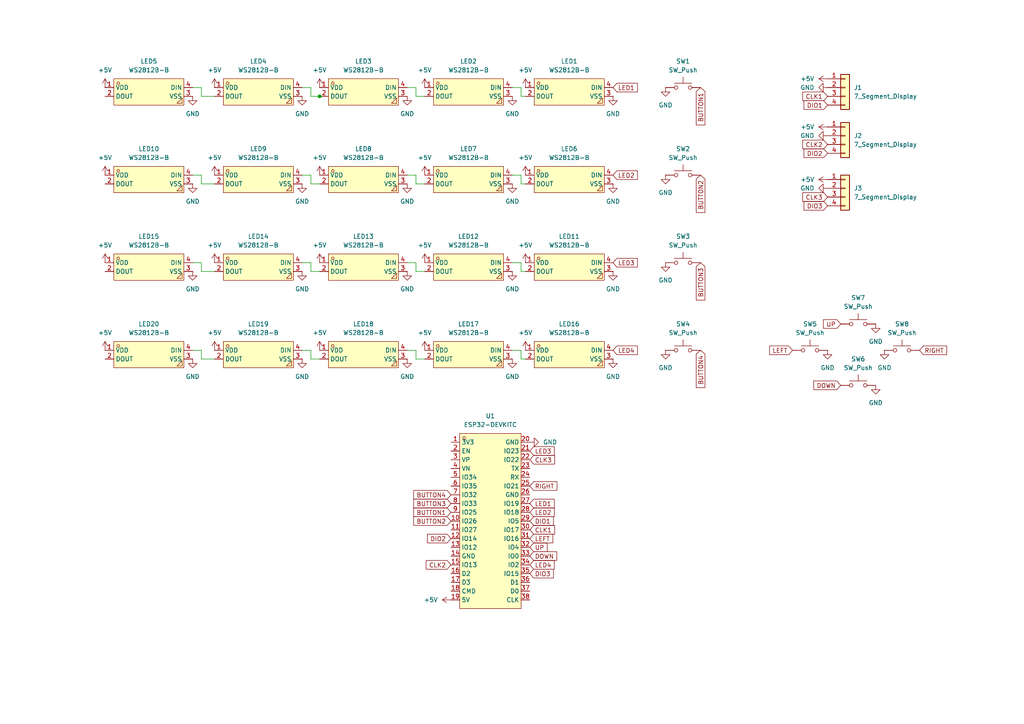
<source format=kicad_sch>
(kicad_sch (version 20250114) (generator "eeschema") (generator_version "9.0")
  (paper "A4")
  (lib_symbols
    (symbol "Connector_Generic:Conn_01x04" (pin_names (offset 1.016) (hide yes))
      (property "Reference" "J" (at 0 5.08 0))
      (property "Value" "Conn_01x04" (at 0 -7.62 0))
      (symbol "Conn_01x04_1_1"
        (rectangle (start -1.27 3.81) (end 1.27 -6.35) (stroke (width 0.254)) (fill (type background)))
        (rectangle (start -1.27 2.667) (end 0 2.413) (stroke (width 0.1524)))
        (rectangle (start -1.27 0.127) (end 0 -0.127) (stroke (width 0.1524)))
        (rectangle (start -1.27 -2.413) (end 0 -2.667) (stroke (width 0.1524)))
        (rectangle (start -1.27 -4.953) (end 0 -5.207) (stroke (width 0.1524)))
        (pin passive line (at -5.08 2.54 0) (length 3.81) (name "Pin_1") (number "1"))
        (pin passive line (at -5.08 0 0) (length 3.81) (name "Pin_2") (number "2"))
        (pin passive line (at -5.08 -2.54 0) (length 3.81) (name "Pin_3") (number "3"))
        (pin passive line (at -5.08 -5.08 0) (length 3.81) (name "Pin_4") (number "4"))
      )
    )
    (symbol "Switch:SW_Push" (pin_numbers (hide yes)) (pin_names (offset 1.016) (hide yes))
      (property "Reference" "SW" (at 1.27 2.54 0))
      (property "Value" "SW_Push" (at 0 -1.524 0))
      (symbol "SW_Push_0_1"
        (circle (center -2.032 0) (radius 0.508))
        (polyline (pts (xy 0 1.27) (xy 0 3.048)))
        (circle (center 2.032 0) (radius 0.508))
        (polyline (pts (xy 2.54 1.27) (xy -2.54 1.27)))
        (pin passive line (at -5.08 0 0) (length 2.54) (name "1") (number "1"))
        (pin passive line (at 5.08 0 180) (length 2.54) (name "2") (number "2"))
      )
    )
    (symbol "easyeda2kicad:ESP32-DEVKITC"
      (property "Reference" "U" (at 0 27.94 0))
      (property "Value" "ESP32-DEVKITC" (at 0 -27.94 0))
      (symbol "ESP32-DEVKITC_0_1"
        (rectangle (start -8.89 25.4) (end 8.89 -25.4) (fill (type background)))
        (circle (center -7.62 24.13) (radius 0.38))
        (pin unspecified line (at -11.43 22.86 0) (length 2.54) (name "3V3") (number "1"))
        (pin unspecified line (at -11.43 20.32 0) (length 2.54) (name "EN") (number "2"))
        (pin unspecified line (at -11.43 17.78 0) (length 2.54) (name "VP") (number "3"))
        (pin unspecified line (at -11.43 15.24 0) (length 2.54) (name "VN") (number "4"))
        (pin unspecified line (at -11.43 12.7 0) (length 2.54) (name "IO34") (number "5"))
        (pin unspecified line (at -11.43 10.16 0) (length 2.54) (name "IO35") (number "6"))
        (pin unspecified line (at -11.43 7.62 0) (length 2.54) (name "IO32") (number "7"))
        (pin unspecified line (at -11.43 5.08 0) (length 2.54) (name "IO33") (number "8"))
        (pin unspecified line (at -11.43 2.54 0) (length 2.54) (name "IO25") (number "9"))
        (pin unspecified line (at -11.43 0 0) (length 2.54) (name "IO26") (number "10"))
        (pin unspecified line (at -11.43 -2.54 0) (length 2.54) (name "IO27") (number "11"))
        (pin unspecified line (at -11.43 -5.08 0) (length 2.54) (name "IO14") (number "12"))
        (pin unspecified line (at -11.43 -7.62 0) (length 2.54) (name "IO12") (number "13"))
        (pin unspecified line (at -11.43 -10.16 0) (length 2.54) (name "GND") (number "14"))
        (pin unspecified line (at -11.43 -12.7 0) (length 2.54) (name "IO13") (number "15"))
        (pin unspecified line (at -11.43 -15.24 0) (length 2.54) (name "D2") (number "16"))
        (pin unspecified line (at -11.43 -17.78 0) (length 2.54) (name "D3") (number "17"))
        (pin unspecified line (at -11.43 -20.32 0) (length 2.54) (name "CMD") (number "18"))
        (pin unspecified line (at -11.43 -22.86 0) (length 2.54) (name "5V") (number "19"))
        (pin unspecified line (at 11.43 22.86 180) (length 2.54) (name "GND") (number "20"))
        (pin unspecified line (at 11.43 20.32 180) (length 2.54) (name "IO23") (number "21"))
        (pin unspecified line (at 11.43 17.78 180) (length 2.54) (name "IO22") (number "22"))
        (pin unspecified line (at 11.43 15.24 180) (length 2.54) (name "TX") (number "23"))
        (pin unspecified line (at 11.43 12.7 180) (length 2.54) (name "RX") (number "24"))
        (pin unspecified line (at 11.43 10.16 180) (length 2.54) (name "IO21") (number "25"))
        (pin unspecified line (at 11.43 7.62 180) (length 2.54) (name "GND") (number "26"))
        (pin unspecified line (at 11.43 5.08 180) (length 2.54) (name "IO19") (number "27"))
        (pin unspecified line (at 11.43 2.54 180) (length 2.54) (name "IO18") (number "28"))
        (pin unspecified line (at 11.43 0 180) (length 2.54) (name "IO5") (number "29"))
        (pin unspecified line (at 11.43 -2.54 180) (length 2.54) (name "IO17") (number "30"))
        (pin unspecified line (at 11.43 -5.08 180) (length 2.54) (name "IO16") (number "31"))
        (pin unspecified line (at 11.43 -7.62 180) (length 2.54) (name "IO4") (number "32"))
        (pin unspecified line (at 11.43 -10.16 180) (length 2.54) (name "IO0") (number "33"))
        (pin unspecified line (at 11.43 -12.7 180) (length 2.54) (name "IO2") (number "34"))
        (pin unspecified line (at 11.43 -15.24 180) (length 2.54) (name "IO15") (number "35"))
        (pin unspecified line (at 11.43 -17.78 180) (length 2.54) (name "D1") (number "36"))
        (pin unspecified line (at 11.43 -20.32 180) (length 2.54) (name "D0") (number "37"))
        (pin unspecified line (at 11.43 -22.86 180) (length 2.54) (name "CLK") (number "38"))
      )
    )
    (symbol "easyeda2kicad:WS2812B-B"
      (property "Reference" "LED" (at 0 6.35 0))
      (property "Value" "WS2812B-B" (at 0 -6.35 0))
      (symbol "WS2812B-B_0_1"
        (rectangle (start -10.16 3.81) (end 10.16 -3.81) (fill (type background)))
        (circle (center -8.89 2.54) (radius 0.38))
        (polyline (pts (xy 9.65 -1.78) (xy 9.65 -3.3) (xy 8.13 -3.3) (xy 9.65 -1.78)) (fill (type background)))
        (pin unspecified line (at -12.7 1.27 0) (length 2.54) (name "VDD") (number "1"))
        (pin unspecified line (at -12.7 -1.27 0) (length 2.54) (name "DOUT") (number "2"))
        (pin unspecified line (at 12.7 1.27 180) (length 2.54) (name "DIN") (number "4"))
        (pin unspecified line (at 12.7 -1.27 180) (length 2.54) (name "VSS") (number "3"))
      )
    )
    (symbol "power:+5V" (power) (pin_numbers (hide yes)) (pin_names (offset 0) (hide yes))
      (property "Value" "+5V" (at 0 3.556 0))
      (symbol "+5V_0_1"
        (polyline (pts (xy -0.762 1.27) (xy 0 2.54)))
        (polyline (pts (xy 0 2.54) (xy 0.762 1.27)))
        (polyline (pts (xy 0 0) (xy 0 2.54)))
      )
      (symbol "+5V_1_1"
        (pin power_in line (at 0 0 90) (length 0) (name "~") (number "1"))
      )
    )
    (symbol "power:GND" (power) (pin_numbers (hide yes)) (pin_names (offset 0) (hide yes))
      (property "Value" "GND" (at 0 -3.81 0))
      (symbol "GND_0_1"
        (polyline (pts (xy 0 0) (xy 0 -1.27) (xy 1.27 -1.27) (xy 0 -2.54) (xy -1.27 -1.27) (xy 0 -1.27)))
      )
      (symbol "GND_1_1"
        (pin power_in line (at 0 0 270) (length 0) (name "~") (number "1"))
      )
    )
  )
  (junction (at 92.71 27.94))
  (wire (pts (xy 120.65 50.8) (xy 120.65 53.34)))
  (wire (pts (xy 90.17 25.4) (xy 90.17 27.94)))
  (wire (pts (xy 151.13 27.94) (xy 152.4 27.94)))
  (wire (pts (xy 90.17 104.14) (xy 92.71 104.14)))
  (wire (pts (xy 120.65 53.34) (xy 123.19 53.34)))
  (wire (pts (xy 151.13 104.14) (xy 152.4 104.14)))
  (wire (pts (xy 120.65 104.14) (xy 123.19 104.14)))
  (wire (pts (xy 92.71 27.94) (xy 93.98 27.94)))
  (wire (pts (xy 151.13 101.6) (xy 151.13 104.14)))
  (wire (pts (xy 118.11 25.4) (xy 120.65 25.4)))
  (wire (pts (xy 118.11 76.2) (xy 120.65 76.2)))
  (wire (pts (xy 87.63 76.2) (xy 90.17 76.2)))
  (wire (pts (xy 87.63 25.4) (xy 90.17 25.4)))
  (wire (pts (xy 55.88 101.6) (xy 58.42 101.6)))
  (wire (pts (xy 55.88 50.8) (xy 58.42 50.8)))
  (wire (pts (xy 58.42 78.74) (xy 62.23 78.74)))
  (wire (pts (xy 148.59 101.6) (xy 151.13 101.6)))
  (wire (pts (xy 55.88 25.4) (xy 58.42 25.4)))
  (wire (pts (xy 148.59 76.2) (xy 151.13 76.2)))
  (wire (pts (xy 120.65 78.74) (xy 123.19 78.74)))
  (wire (pts (xy 151.13 53.34) (xy 152.4 53.34)))
  (wire (pts (xy 151.13 76.2) (xy 151.13 78.74)))
  (wire (pts (xy 58.42 50.8) (xy 58.42 53.34)))
  (wire (pts (xy 148.59 25.4) (xy 151.13 25.4)))
  (wire (pts (xy 90.17 101.6) (xy 90.17 104.14)))
  (wire (pts (xy 120.65 25.4) (xy 120.65 27.94)))
  (wire (pts (xy 120.65 76.2) (xy 120.65 78.74)))
  (wire (pts (xy 148.59 50.8) (xy 151.13 50.8)))
  (wire (pts (xy 118.11 101.6) (xy 120.65 101.6)))
  (wire (pts (xy 90.17 76.2) (xy 90.17 78.74)))
  (wire (pts (xy 90.17 53.34) (xy 92.71 53.34)))
  (wire (pts (xy 90.17 50.8) (xy 90.17 53.34)))
  (wire (pts (xy 151.13 78.74) (xy 152.4 78.74)))
  (wire (pts (xy 58.42 27.94) (xy 62.23 27.94)))
  (wire (pts (xy 87.63 101.6) (xy 90.17 101.6)))
  (wire (pts (xy 58.42 53.34) (xy 62.23 53.34)))
  (wire (pts (xy 151.13 25.4) (xy 151.13 27.94)))
  (wire (pts (xy 90.17 27.94) (xy 92.71 27.94)))
  (wire (pts (xy 58.42 25.4) (xy 58.42 27.94)))
  (wire (pts (xy 118.11 50.8) (xy 120.65 50.8)))
  (wire (pts (xy 151.13 50.8) (xy 151.13 53.34)))
  (wire (pts (xy 120.65 27.94) (xy 123.19 27.94)))
  (wire (pts (xy 55.88 76.2) (xy 58.42 76.2)))
  (wire (pts (xy 87.63 50.8) (xy 90.17 50.8)))
  (wire (pts (xy 58.42 76.2) (xy 58.42 78.74)))
  (wire (pts (xy 120.65 101.6) (xy 120.65 104.14)))
  (wire (pts (xy 90.17 78.74) (xy 92.71 78.74)))
  (wire (pts (xy 58.42 104.14) (xy 62.23 104.14)))
  (wire (pts (xy 58.42 101.6) (xy 58.42 104.14)))
  (global_label "LEFT" (shape input) (at 229.87 101.6 180) (property "Intersheetrefs" "${INTERSHEET_REFS}" (effects (hide yes))))
  (global_label "DIO1" (shape input) (at 153.67 151.13 0) (property "Intersheetrefs" "${INTERSHEET_REFS}" (effects (hide yes))))
  (global_label "BUTTON2" (shape input) (at 130.81 151.13 180) (property "Intersheetrefs" "${INTERSHEET_REFS}" (effects (hide yes))))
  (global_label "BUTTON1" (shape input) (at 203.2 25.4 270) (property "Intersheetrefs" "${INTERSHEET_REFS}" (effects (hide yes))))
  (global_label "BUTTON3" (shape input) (at 130.81 146.05 180) (property "Intersheetrefs" "${INTERSHEET_REFS}" (effects (hide yes))))
  (global_label "DIO2" (shape input) (at 130.81 156.21 180) (property "Intersheetrefs" "${INTERSHEET_REFS}" (effects (hide yes))))
  (global_label "DIO1" (shape input) (at 240.03 30.48 180) (property "Intersheetrefs" "${INTERSHEET_REFS}" (effects (hide yes))))
  (global_label "DIO2" (shape input) (at 240.03 44.45 180) (property "Intersheetrefs" "${INTERSHEET_REFS}" (effects (hide yes))))
  (global_label "LED4" (shape input) (at 153.67 163.83 0) (property "Intersheetrefs" "${INTERSHEET_REFS}" (effects (hide yes))))
  (global_label "CLK2" (shape input) (at 240.03 41.91 180) (property "Intersheetrefs" "${INTERSHEET_REFS}" (effects (hide yes))))
  (global_label "DIO3" (shape input) (at 153.67 166.37 0) (property "Intersheetrefs" "${INTERSHEET_REFS}" (effects (hide yes))))
  (global_label "LED1" (shape input) (at 177.8 25.4 0) (property "Intersheetrefs" "${INTERSHEET_REFS}" (effects (hide yes))))
  (global_label "LED1" (shape input) (at 153.67 146.05 0) (property "Intersheetrefs" "${INTERSHEET_REFS}" (effects (hide yes))))
  (global_label "LED2" (shape input) (at 153.67 148.59 0) (property "Intersheetrefs" "${INTERSHEET_REFS}" (effects (hide yes))))
  (global_label "DOWN" (shape input) (at 153.67 161.29 0) (property "Intersheetrefs" "${INTERSHEET_REFS}" (effects (hide yes))))
  (global_label "BUTTON3" (shape input) (at 203.2 76.2 270) (property "Intersheetrefs" "${INTERSHEET_REFS}" (effects (hide yes))))
  (global_label "CLK3" (shape input) (at 153.67 133.35 0) (property "Intersheetrefs" "${INTERSHEET_REFS}" (effects (hide yes))))
  (global_label "CLK1" (shape input) (at 153.67 153.67 0) (property "Intersheetrefs" "${INTERSHEET_REFS}" (effects (hide yes))))
  (global_label "LED4" (shape input) (at 177.8 101.6 0) (property "Intersheetrefs" "${INTERSHEET_REFS}" (effects (hide yes))))
  (global_label "BUTTON4" (shape input) (at 130.81 143.51 180) (property "Intersheetrefs" "${INTERSHEET_REFS}" (effects (hide yes))))
  (global_label "DIO3" (shape input) (at 240.03 59.69 180) (property "Intersheetrefs" "${INTERSHEET_REFS}" (effects (hide yes))))
  (global_label "DOWN" (shape input) (at 243.84 111.76 180) (property "Intersheetrefs" "${INTERSHEET_REFS}" (effects (hide yes))))
  (global_label "CLK1" (shape input) (at 240.03 27.94 180) (property "Intersheetrefs" "${INTERSHEET_REFS}" (effects (hide yes))))
  (global_label "RIGHT" (shape input) (at 266.7 101.6 0) (property "Intersheetrefs" "${INTERSHEET_REFS}" (effects (hide yes))))
  (global_label "UP" (shape input) (at 243.84 93.98 180) (property "Intersheetrefs" "${INTERSHEET_REFS}" (effects (hide yes))))
  (global_label "CLK2" (shape input) (at 130.81 163.83 180) (property "Intersheetrefs" "${INTERSHEET_REFS}" (effects (hide yes))))
  (global_label "RIGHT" (shape input) (at 153.67 140.97 0) (property "Intersheetrefs" "${INTERSHEET_REFS}" (effects (hide yes))))
  (global_label "LED3" (shape input) (at 153.67 130.81 0) (property "Intersheetrefs" "${INTERSHEET_REFS}" (effects (hide yes))))
  (global_label "UP" (shape input) (at 153.67 158.75 0) (property "Intersheetrefs" "${INTERSHEET_REFS}" (effects (hide yes))))
  (global_label "LEFT" (shape input) (at 153.67 156.21 0) (property "Intersheetrefs" "${INTERSHEET_REFS}" (effects (hide yes))))
  (global_label "CLK3" (shape input) (at 240.03 57.15 180) (property "Intersheetrefs" "${INTERSHEET_REFS}" (effects (hide yes))))
  (global_label "BUTTON4" (shape input) (at 203.2 101.6 270) (property "Intersheetrefs" "${INTERSHEET_REFS}" (effects (hide yes))))
  (global_label "BUTTON1" (shape input) (at 130.81 148.59 180) (property "Intersheetrefs" "${INTERSHEET_REFS}" (effects (hide yes))))
  (global_label "LED2" (shape input) (at 177.8 50.8 0) (property "Intersheetrefs" "${INTERSHEET_REFS}" (effects (hide yes))))
  (global_label "BUTTON2" (shape input) (at 203.2 50.8 270) (property "Intersheetrefs" "${INTERSHEET_REFS}" (effects (hide yes))))
  (global_label "LED3" (shape input) (at 177.8 76.2 0) (property "Intersheetrefs" "${INTERSHEET_REFS}" (effects (hide yes))))
  (symbol (lib_id "easyeda2kicad:WS2812B-B") (at 165.1 26.67 0) (unit 1)
    (property "Reference" "LED1" (at 165.1 17.78 0))
    (property "Value" "WS2812B-B" (at 165.1 20.32 0))
    (property "Footprint" "easyeda2kicad:LED-SMD_4P-L5.0-W5.0-BL_TC5050RGB" (effects (hide yes)))
    (property "Datasheet" "https://lcsc.com/product-detail/Light-Emitting-Diodes-LED_5050-RGBIntegrated-Light-4Pin_C114586.html" (effects (hide yes)))
    (property "LCSC Part" "C114586" (effects (hide yes)))
  )
  (symbol (lib_id "power:GND") (at 240.03 101.6 0) (unit 1)
    (property "Reference" "#PWR010" (effects (hide yes)))
    (property "Value" "GND" (at 240.03 106.68 0))
    (property "Description" "Power symbol creates a global label with name \"GND\" , ground" (effects (hide yes)))
  )
  (symbol (lib_id "power:GND") (at 87.63 78.74 0) (unit 1)
    (property "Reference" "#PWR039" (effects (hide yes)))
    (property "Value" "GND" (at 87.63 83.82 0))
    (property "Description" "Power symbol creates a global label with name \"GND\" , ground" (effects (hide yes)))
  )
  (symbol (lib_id "power:+5V") (at 30.48 76.2 0) (unit 1)
    (property "Reference" "#PWR042" (effects (hide yes)))
    (property "Value" "+5V" (at 30.48 71.12 0))
    (property "Description" "Power symbol creates a global label with name \"+5V\"" (effects (hide yes)))
  )
  (symbol (lib_id "power:+5V") (at 152.4 101.6 0) (unit 1)
    (property "Reference" "#PWR044" (effects (hide yes)))
    (property "Value" "+5V" (at 152.4 96.52 0))
    (property "Description" "Power symbol creates a global label with name \"+5V\"" (effects (hide yes)))
  )
  (symbol (lib_id "power:+5V") (at 30.48 101.6 0) (unit 1)
    (property "Reference" "#PWR052" (effects (hide yes)))
    (property "Value" "+5V" (at 30.48 96.52 0))
    (property "Description" "Power symbol creates a global label with name \"+5V\"" (effects (hide yes)))
  )
  (symbol (lib_id "power:GND") (at 87.63 104.14 0) (unit 1)
    (property "Reference" "#PWR049" (effects (hide yes)))
    (property "Value" "GND" (at 87.63 109.22 0))
    (property "Description" "Power symbol creates a global label with name \"GND\" , ground" (effects (hide yes)))
  )
  (symbol (lib_id "Switch:SW_Push") (at 198.12 101.6 0) (mirror y) (unit 1)
    (property "Reference" "SW4" (at 198.12 93.98 0))
    (property "Value" "SW_Push" (at 198.12 96.52 0))
    (property "Description" "Push button switch, generic, two pins" (effects (hide yes)))
  )
  (symbol (lib_id "power:GND") (at 177.8 78.74 0) (unit 1)
    (property "Reference" "#PWR033" (effects (hide yes)))
    (property "Value" "GND" (at 177.8 83.82 0))
    (property "Description" "Power symbol creates a global label with name \"GND\" , ground" (effects (hide yes)))
  )
  (symbol (lib_id "power:GND") (at 193.04 101.6 0) (mirror y) (unit 1)
    (property "Reference" "#PWR08" (effects (hide yes)))
    (property "Value" "GND" (at 193.04 106.68 0))
    (property "Description" "Power symbol creates a global label with name \"GND\" , ground" (effects (hide yes)))
  )
  (symbol (lib_id "easyeda2kicad:WS2812B-B") (at 135.89 102.87 0) (unit 1)
    (property "Reference" "LED17" (at 135.89 93.98 0))
    (property "Value" "WS2812B-B" (at 135.89 96.52 0))
    (property "Footprint" "easyeda2kicad:LED-SMD_4P-L5.0-W5.0-BL_TC5050RGB" (effects (hide yes)))
    (property "Datasheet" "https://lcsc.com/product-detail/Light-Emitting-Diodes-LED_5050-RGBIntegrated-Light-4Pin_C114586.html" (effects (hide yes)))
    (property "LCSC Part" "C114586" (effects (hide yes)))
  )
  (symbol (lib_id "power:+5V") (at 92.71 101.6 0) (unit 1)
    (property "Reference" "#PWR048" (effects (hide yes)))
    (property "Value" "+5V" (at 92.71 96.52 0))
    (property "Description" "Power symbol creates a global label with name \"+5V\"" (effects (hide yes)))
  )
  (symbol (lib_id "power:GND") (at 193.04 50.8 0) (mirror y) (unit 1)
    (property "Reference" "#PWR06" (effects (hide yes)))
    (property "Value" "GND" (at 193.04 55.88 0))
    (property "Description" "Power symbol creates a global label with name \"GND\" , ground" (effects (hide yes)))
  )
  (symbol (lib_id "power:+5V") (at 240.03 52.07 90) (unit 1)
    (property "Reference" "#PWR055" (effects (hide yes)))
    (property "Value" "+5V" (at 236.22 52.0699 90) (effects (justify left)))
    (property "Description" "Power symbol creates a global label with name \"+5V\"" (effects (hide yes)))
  )
  (symbol (lib_id "power:+5V") (at 152.4 50.8 0) (unit 1)
    (property "Reference" "#PWR024" (effects (hide yes)))
    (property "Value" "+5V" (at 152.4 45.72 0))
    (property "Description" "Power symbol creates a global label with name \"+5V\"" (effects (hide yes)))
  )
  (symbol (lib_id "power:GND") (at 177.8 27.94 0) (unit 1)
    (property "Reference" "#PWR014" (effects (hide yes)))
    (property "Value" "GND" (at 177.8 33.02 0))
    (property "Description" "Power symbol creates a global label with name \"GND\" , ground" (effects (hide yes)))
  )
  (symbol (lib_id "power:GND") (at 118.11 53.34 0) (unit 1)
    (property "Reference" "#PWR027" (effects (hide yes)))
    (property "Value" "GND" (at 118.11 58.42 0))
    (property "Description" "Power symbol creates a global label with name \"GND\" , ground" (effects (hide yes)))
  )
  (symbol (lib_id "power:+5V") (at 30.48 50.8 0) (unit 1)
    (property "Reference" "#PWR032" (effects (hide yes)))
    (property "Value" "+5V" (at 30.48 45.72 0))
    (property "Description" "Power symbol creates a global label with name \"+5V\"" (effects (hide yes)))
  )
  (symbol (lib_id "easyeda2kicad:WS2812B-B") (at 105.41 77.47 0) (unit 1)
    (property "Reference" "LED13" (at 105.41 68.58 0))
    (property "Value" "WS2812B-B" (at 105.41 71.12 0))
    (property "Footprint" "easyeda2kicad:LED-SMD_4P-L5.0-W5.0-BL_TC5050RGB" (effects (hide yes)))
    (property "Datasheet" "https://lcsc.com/product-detail/Light-Emitting-Diodes-LED_5050-RGBIntegrated-Light-4Pin_C114586.html" (effects (hide yes)))
    (property "LCSC Part" "C114586" (effects (hide yes)))
  )
  (symbol (lib_id "Switch:SW_Push") (at 234.95 101.6 0) (unit 1)
    (property "Reference" "SW5" (at 234.95 93.98 0))
    (property "Value" "SW_Push" (at 234.95 96.52 0))
    (property "Description" "Push button switch, generic, two pins" (effects (hide yes)))
  )
  (symbol (lib_id "power:GND") (at 148.59 104.14 0) (unit 1)
    (property "Reference" "#PWR045" (effects (hide yes)))
    (property "Value" "GND" (at 148.59 109.22 0))
    (property "Description" "Power symbol creates a global label with name \"GND\" , ground" (effects (hide yes)))
  )
  (symbol (lib_id "easyeda2kicad:WS2812B-B") (at 105.41 26.67 0) (unit 1)
    (property "Reference" "LED3" (at 105.41 17.78 0))
    (property "Value" "WS2812B-B" (at 105.41 20.32 0))
    (property "Footprint" "easyeda2kicad:LED-SMD_4P-L5.0-W5.0-BL_TC5050RGB" (effects (hide yes)))
    (property "Datasheet" "https://lcsc.com/product-detail/Light-Emitting-Diodes-LED_5050-RGBIntegrated-Light-4Pin_C114586.html" (effects (hide yes)))
    (property "LCSC Part" "C114586" (effects (hide yes)))
  )
  (symbol (lib_id "power:GND") (at 240.03 54.61 270) (unit 1)
    (property "Reference" "#PWR056" (effects (hide yes)))
    (property "Value" "GND" (at 236.22 54.6099 90) (effects (justify right)))
    (property "Description" "Power symbol creates a global label with name \"GND\" , ground" (effects (hide yes)))
  )
  (symbol (lib_id "power:+5V") (at 123.19 50.8 0) (unit 1)
    (property "Reference" "#PWR026" (effects (hide yes)))
    (property "Value" "+5V" (at 123.19 45.72 0))
    (property "Description" "Power symbol creates a global label with name \"+5V\"" (effects (hide yes)))
  )
  (symbol (lib_id "power:GND") (at 118.11 27.94 0) (unit 1)
    (property "Reference" "#PWR018" (effects (hide yes)))
    (property "Value" "GND" (at 118.11 33.02 0))
    (property "Description" "Power symbol creates a global label with name \"GND\" , ground" (effects (hide yes)))
  )
  (symbol (lib_id "easyeda2kicad:WS2812B-B") (at 74.93 77.47 0) (unit 1)
    (property "Reference" "LED14" (at 74.93 68.58 0))
    (property "Value" "WS2812B-B" (at 74.93 71.12 0))
    (property "Footprint" "easyeda2kicad:LED-SMD_4P-L5.0-W5.0-BL_TC5050RGB" (effects (hide yes)))
    (property "Datasheet" "https://lcsc.com/product-detail/Light-Emitting-Diodes-LED_5050-RGBIntegrated-Light-4Pin_C114586.html" (effects (hide yes)))
    (property "LCSC Part" "C114586" (effects (hide yes)))
  )
  (symbol (lib_id "Connector_Generic:Conn_01x04") (at 245.11 39.37 0) (unit 1)
    (property "Reference" "J2" (at 247.65 39.3699 0) (effects (justify left)))
    (property "Value" "7_Segment_Display" (at 247.65 41.9099 0) (effects (justify left)))
    (property "Description" "Generic connector, single row, 01x04, script generated (kicad-library-utils/schlib/autogen/connector/)" (effects (hide yes)))
  )
  (symbol (lib_id "power:GND") (at 55.88 53.34 0) (unit 1)
    (property "Reference" "#PWR031" (effects (hide yes)))
    (property "Value" "GND" (at 55.88 58.42 0))
    (property "Description" "Power symbol creates a global label with name \"GND\" , ground" (effects (hide yes)))
  )
  (symbol (lib_id "power:+5V") (at 62.23 25.4 0) (unit 1)
    (property "Reference" "#PWR019" (effects (hide yes)))
    (property "Value" "+5V" (at 62.23 20.32 0))
    (property "Description" "Power symbol creates a global label with name \"+5V\"" (effects (hide yes)))
  )
  (symbol (lib_id "power:+5V") (at 152.4 76.2 0) (unit 1)
    (property "Reference" "#PWR034" (effects (hide yes)))
    (property "Value" "+5V" (at 152.4 71.12 0))
    (property "Description" "Power symbol creates a global label with name \"+5V\"" (effects (hide yes)))
  )
  (symbol (lib_id "power:GND") (at 148.59 53.34 0) (unit 1)
    (property "Reference" "#PWR025" (effects (hide yes)))
    (property "Value" "GND" (at 148.59 58.42 0))
    (property "Description" "Power symbol creates a global label with name \"GND\" , ground" (effects (hide yes)))
  )
  (symbol (lib_id "power:GND") (at 177.8 53.34 0) (unit 1)
    (property "Reference" "#PWR023" (effects (hide yes)))
    (property "Value" "GND" (at 177.8 58.42 0))
    (property "Description" "Power symbol creates a global label with name \"GND\" , ground" (effects (hide yes)))
  )
  (symbol (lib_id "Switch:SW_Push") (at 248.92 93.98 0) (unit 1)
    (property "Reference" "SW7" (at 248.92 86.36 0))
    (property "Value" "SW_Push" (at 248.92 88.9 0))
    (property "Description" "Push button switch, generic, two pins" (effects (hide yes)))
  )
  (symbol (lib_id "power:+5V") (at 92.71 50.8 0) (unit 1)
    (property "Reference" "#PWR028" (effects (hide yes)))
    (property "Value" "+5V" (at 92.71 45.72 0))
    (property "Description" "Power symbol creates a global label with name \"+5V\"" (effects (hide yes)))
  )
  (symbol (lib_id "easyeda2kicad:WS2812B-B") (at 105.41 102.87 0) (unit 1)
    (property "Reference" "LED18" (at 105.41 93.98 0))
    (property "Value" "WS2812B-B" (at 105.41 96.52 0))
    (property "Footprint" "easyeda2kicad:LED-SMD_4P-L5.0-W5.0-BL_TC5050RGB" (effects (hide yes)))
    (property "Datasheet" "https://lcsc.com/product-detail/Light-Emitting-Diodes-LED_5050-RGBIntegrated-Light-4Pin_C114586.html" (effects (hide yes)))
    (property "LCSC Part" "C114586" (effects (hide yes)))
  )
  (symbol (lib_id "power:GND") (at 177.8 104.14 0) (unit 1)
    (property "Reference" "#PWR043" (effects (hide yes)))
    (property "Value" "GND" (at 177.8 109.22 0))
    (property "Description" "Power symbol creates a global label with name \"GND\" , ground" (effects (hide yes)))
  )
  (symbol (lib_id "easyeda2kicad:WS2812B-B") (at 43.18 52.07 0) (unit 1)
    (property "Reference" "LED10" (at 43.18 43.18 0))
    (property "Value" "WS2812B-B" (at 43.18 45.72 0))
    (property "Footprint" "easyeda2kicad:LED-SMD_4P-L5.0-W5.0-BL_TC5050RGB" (effects (hide yes)))
    (property "Datasheet" "https://lcsc.com/product-detail/Light-Emitting-Diodes-LED_5050-RGBIntegrated-Light-4Pin_C114586.html" (effects (hide yes)))
    (property "LCSC Part" "C114586" (effects (hide yes)))
  )
  (symbol (lib_id "power:+5V") (at 240.03 36.83 90) (unit 1)
    (property "Reference" "#PWR053" (effects (hide yes)))
    (property "Value" "+5V" (at 236.22 36.8299 90) (effects (justify left)))
    (property "Description" "Power symbol creates a global label with name \"+5V\"" (effects (hide yes)))
  )
  (symbol (lib_id "power:+5V") (at 240.03 22.86 90) (unit 1)
    (property "Reference" "#PWR03" (effects (hide yes)))
    (property "Value" "+5V" (at 236.22 22.8599 90) (effects (justify left)))
    (property "Description" "Power symbol creates a global label with name \"+5V\"" (effects (hide yes)))
  )
  (symbol (lib_id "power:GND") (at 148.59 78.74 0) (unit 1)
    (property "Reference" "#PWR035" (effects (hide yes)))
    (property "Value" "GND" (at 148.59 83.82 0))
    (property "Description" "Power symbol creates a global label with name \"GND\" , ground" (effects (hide yes)))
  )
  (symbol (lib_id "power:GND") (at 118.11 78.74 0) (unit 1)
    (property "Reference" "#PWR037" (effects (hide yes)))
    (property "Value" "GND" (at 118.11 83.82 0))
    (property "Description" "Power symbol creates a global label with name \"GND\" , ground" (effects (hide yes)))
  )
  (symbol (lib_id "easyeda2kicad:WS2812B-B") (at 135.89 52.07 0) (unit 1)
    (property "Reference" "LED7" (at 135.89 43.18 0))
    (property "Value" "WS2812B-B" (at 135.89 45.72 0))
    (property "Footprint" "easyeda2kicad:LED-SMD_4P-L5.0-W5.0-BL_TC5050RGB" (effects (hide yes)))
    (property "Datasheet" "https://lcsc.com/product-detail/Light-Emitting-Diodes-LED_5050-RGBIntegrated-Light-4Pin_C114586.html" (effects (hide yes)))
    (property "LCSC Part" "C114586" (effects (hide yes)))
  )
  (symbol (lib_id "power:+5V") (at 62.23 50.8 0) (unit 1)
    (property "Reference" "#PWR030" (effects (hide yes)))
    (property "Value" "+5V" (at 62.23 45.72 0))
    (property "Description" "Power symbol creates a global label with name \"+5V\"" (effects (hide yes)))
  )
  (symbol (lib_id "Connector_Generic:Conn_01x04") (at 245.11 25.4 0) (unit 1)
    (property "Reference" "J1" (at 247.65 25.3999 0) (effects (justify left)))
    (property "Value" "7_Segment_Display" (at 247.65 27.9399 0) (effects (justify left)))
    (property "Description" "Generic connector, single row, 01x04, script generated (kicad-library-utils/schlib/autogen/connector/)" (effects (hide yes)))
  )
  (symbol (lib_id "easyeda2kicad:WS2812B-B") (at 165.1 52.07 0) (unit 1)
    (property "Reference" "LED6" (at 165.1 43.18 0))
    (property "Value" "WS2812B-B" (at 165.1 45.72 0))
    (property "Footprint" "easyeda2kicad:LED-SMD_4P-L5.0-W5.0-BL_TC5050RGB" (effects (hide yes)))
    (property "Datasheet" "https://lcsc.com/product-detail/Light-Emitting-Diodes-LED_5050-RGBIntegrated-Light-4Pin_C114586.html" (effects (hide yes)))
    (property "LCSC Part" "C114586" (effects (hide yes)))
  )
  (symbol (lib_id "easyeda2kicad:WS2812B-B") (at 43.18 77.47 0) (unit 1)
    (property "Reference" "LED15" (at 43.18 68.58 0))
    (property "Value" "WS2812B-B" (at 43.18 71.12 0))
    (property "Footprint" "easyeda2kicad:LED-SMD_4P-L5.0-W5.0-BL_TC5050RGB" (effects (hide yes)))
    (property "Datasheet" "https://lcsc.com/product-detail/Light-Emitting-Diodes-LED_5050-RGBIntegrated-Light-4Pin_C114586.html" (effects (hide yes)))
    (property "LCSC Part" "C114586" (effects (hide yes)))
  )
  (symbol (lib_id "easyeda2kicad:WS2812B-B") (at 165.1 102.87 0) (unit 1)
    (property "Reference" "LED16" (at 165.1 93.98 0))
    (property "Value" "WS2812B-B" (at 165.1 96.52 0))
    (property "Footprint" "easyeda2kicad:LED-SMD_4P-L5.0-W5.0-BL_TC5050RGB" (effects (hide yes)))
    (property "Datasheet" "https://lcsc.com/product-detail/Light-Emitting-Diodes-LED_5050-RGBIntegrated-Light-4Pin_C114586.html" (effects (hide yes)))
    (property "LCSC Part" "C114586" (effects (hide yes)))
  )
  (symbol (lib_id "easyeda2kicad:WS2812B-B") (at 135.89 77.47 0) (unit 1)
    (property "Reference" "LED12" (at 135.89 68.58 0))
    (property "Value" "WS2812B-B" (at 135.89 71.12 0))
    (property "Footprint" "easyeda2kicad:LED-SMD_4P-L5.0-W5.0-BL_TC5050RGB" (effects (hide yes)))
    (property "Datasheet" "https://lcsc.com/product-detail/Light-Emitting-Diodes-LED_5050-RGBIntegrated-Light-4Pin_C114586.html" (effects (hide yes)))
    (property "LCSC Part" "C114586" (effects (hide yes)))
  )
  (symbol (lib_id "power:+5V") (at 123.19 101.6 0) (unit 1)
    (property "Reference" "#PWR046" (effects (hide yes)))
    (property "Value" "+5V" (at 123.19 96.52 0))
    (property "Description" "Power symbol creates a global label with name \"+5V\"" (effects (hide yes)))
  )
  (symbol (lib_id "easyeda2kicad:WS2812B-B") (at 105.41 52.07 0) (unit 1)
    (property "Reference" "LED8" (at 105.41 43.18 0))
    (property "Value" "WS2812B-B" (at 105.41 45.72 0))
    (property "Footprint" "easyeda2kicad:LED-SMD_4P-L5.0-W5.0-BL_TC5050RGB" (effects (hide yes)))
    (property "Datasheet" "https://lcsc.com/product-detail/Light-Emitting-Diodes-LED_5050-RGBIntegrated-Light-4Pin_C114586.html" (effects (hide yes)))
    (property "LCSC Part" "C114586" (effects (hide yes)))
  )
  (symbol (lib_id "power:GND") (at 256.54 101.6 0) (unit 1)
    (property "Reference" "#PWR011" (effects (hide yes)))
    (property "Value" "GND" (at 256.54 106.68 0))
    (property "Description" "Power symbol creates a global label with name \"GND\" , ground" (effects (hide yes)))
  )
  (symbol (lib_id "Switch:SW_Push") (at 248.92 111.76 0) (unit 1)
    (property "Reference" "SW6" (at 248.92 104.14 0))
    (property "Value" "SW_Push" (at 248.92 106.68 0))
    (property "Description" "Push button switch, generic, two pins" (effects (hide yes)))
  )
  (symbol (lib_id "Connector_Generic:Conn_01x04") (at 245.11 54.61 0) (unit 1)
    (property "Reference" "J3" (at 247.65 54.6099 0) (effects (justify left)))
    (property "Value" "7_Segment_Display" (at 247.65 57.1499 0) (effects (justify left)))
    (property "Description" "Generic connector, single row, 01x04, script generated (kicad-library-utils/schlib/autogen/connector/)" (effects (hide yes)))
  )
  (symbol (lib_id "easyeda2kicad:WS2812B-B") (at 43.18 26.67 0) (unit 1)
    (property "Reference" "LED5" (at 43.18 17.78 0))
    (property "Value" "WS2812B-B" (at 43.18 20.32 0))
    (property "Footprint" "easyeda2kicad:LED-SMD_4P-L5.0-W5.0-BL_TC5050RGB" (effects (hide yes)))
    (property "Datasheet" "https://lcsc.com/product-detail/Light-Emitting-Diodes-LED_5050-RGBIntegrated-Light-4Pin_C114586.html" (effects (hide yes)))
    (property "LCSC Part" "C114586" (effects (hide yes)))
  )
  (symbol (lib_id "power:GND") (at 254 93.98 0) (unit 1)
    (property "Reference" "#PWR09" (effects (hide yes)))
    (property "Value" "GND" (at 254 99.06 0))
    (property "Description" "Power symbol creates a global label with name \"GND\" , ground" (effects (hide yes)))
  )
  (symbol (lib_id "power:GND") (at 240.03 39.37 270) (unit 1)
    (property "Reference" "#PWR054" (effects (hide yes)))
    (property "Value" "GND" (at 236.22 39.3699 90) (effects (justify right)))
    (property "Description" "Power symbol creates a global label with name \"GND\" , ground" (effects (hide yes)))
  )
  (symbol (lib_id "easyeda2kicad:WS2812B-B") (at 135.89 26.67 0) (unit 1)
    (property "Reference" "LED2" (at 135.89 17.78 0))
    (property "Value" "WS2812B-B" (at 135.89 20.32 0))
    (property "Footprint" "easyeda2kicad:LED-SMD_4P-L5.0-W5.0-BL_TC5050RGB" (effects (hide yes)))
    (property "Datasheet" "https://lcsc.com/product-detail/Light-Emitting-Diodes-LED_5050-RGBIntegrated-Light-4Pin_C114586.html" (effects (hide yes)))
    (property "LCSC Part" "C114586" (effects (hide yes)))
  )
  (symbol (lib_id "power:GND") (at 87.63 27.94 0) (unit 1)
    (property "Reference" "#PWR020" (effects (hide yes)))
    (property "Value" "GND" (at 87.63 33.02 0))
    (property "Description" "Power symbol creates a global label with name \"GND\" , ground" (effects (hide yes)))
  )
  (symbol (lib_id "power:GND") (at 153.67 128.27 90) (unit 1)
    (property "Reference" "#PWR013" (effects (hide yes)))
    (property "Value" "GND" (at 157.48 128.2699 90) (effects (justify right)))
    (property "Description" "Power symbol creates a global label with name \"GND\" , ground" (effects (hide yes)))
  )
  (symbol (lib_id "power:+5V") (at 123.19 25.4 0) (unit 1)
    (property "Reference" "#PWR015" (effects (hide yes)))
    (property "Value" "+5V" (at 123.19 20.32 0))
    (property "Description" "Power symbol creates a global label with name \"+5V\"" (effects (hide yes)))
  )
  (symbol (lib_id "power:GND") (at 55.88 104.14 0) (unit 1)
    (property "Reference" "#PWR051" (effects (hide yes)))
    (property "Value" "GND" (at 55.88 109.22 0))
    (property "Description" "Power symbol creates a global label with name \"GND\" , ground" (effects (hide yes)))
  )
  (symbol (lib_id "power:+5V") (at 130.81 173.99 90) (unit 1)
    (property "Reference" "#PWR02" (effects (hide yes)))
    (property "Value" "+5V" (at 127 173.9899 90) (effects (justify left)))
    (property "Description" "Power symbol creates a global label with name \"+5V\"" (effects (hide yes)))
  )
  (symbol (lib_id "Switch:SW_Push") (at 198.12 25.4 0) (mirror y) (unit 1)
    (property "Reference" "SW1" (at 198.12 17.78 0))
    (property "Value" "SW_Push" (at 198.12 20.32 0))
    (property "Description" "Push button switch, generic, two pins" (effects (hide yes)))
  )
  (symbol (lib_id "easyeda2kicad:WS2812B-B") (at 74.93 26.67 0) (unit 1)
    (property "Reference" "LED4" (at 74.93 17.78 0))
    (property "Value" "WS2812B-B" (at 74.93 20.32 0))
    (property "Footprint" "easyeda2kicad:LED-SMD_4P-L5.0-W5.0-BL_TC5050RGB" (effects (hide yes)))
    (property "Datasheet" "https://lcsc.com/product-detail/Light-Emitting-Diodes-LED_5050-RGBIntegrated-Light-4Pin_C114586.html" (effects (hide yes)))
    (property "LCSC Part" "C114586" (effects (hide yes)))
  )
  (symbol (lib_id "power:+5V") (at 92.71 76.2 0) (unit 1)
    (property "Reference" "#PWR038" (effects (hide yes)))
    (property "Value" "+5V" (at 92.71 71.12 0))
    (property "Description" "Power symbol creates a global label with name \"+5V\"" (effects (hide yes)))
  )
  (symbol (lib_id "power:GND") (at 118.11 104.14 0) (unit 1)
    (property "Reference" "#PWR047" (effects (hide yes)))
    (property "Value" "GND" (at 118.11 109.22 0))
    (property "Description" "Power symbol creates a global label with name \"GND\" , ground" (effects (hide yes)))
  )
  (symbol (lib_id "power:+5V") (at 152.4 25.4 0) (unit 1)
    (property "Reference" "#PWR01" (effects (hide yes)))
    (property "Value" "+5V" (at 152.4 20.32 0))
    (property "Description" "Power symbol creates a global label with name \"+5V\"" (effects (hide yes)))
  )
  (symbol (lib_id "power:+5V") (at 92.71 25.4 0) (unit 1)
    (property "Reference" "#PWR017" (effects (hide yes)))
    (property "Value" "+5V" (at 92.71 20.32 0))
    (property "Description" "Power symbol creates a global label with name \"+5V\"" (effects (hide yes)))
  )
  (symbol (lib_id "easyeda2kicad:WS2812B-B") (at 74.93 52.07 0) (unit 1)
    (property "Reference" "LED9" (at 74.93 43.18 0))
    (property "Value" "WS2812B-B" (at 74.93 45.72 0))
    (property "Footprint" "easyeda2kicad:LED-SMD_4P-L5.0-W5.0-BL_TC5050RGB" (effects (hide yes)))
    (property "Datasheet" "https://lcsc.com/product-detail/Light-Emitting-Diodes-LED_5050-RGBIntegrated-Light-4Pin_C114586.html" (effects (hide yes)))
    (property "LCSC Part" "C114586" (effects (hide yes)))
  )
  (symbol (lib_id "power:+5V") (at 123.19 76.2 0) (unit 1)
    (property "Reference" "#PWR036" (effects (hide yes)))
    (property "Value" "+5V" (at 123.19 71.12 0))
    (property "Description" "Power symbol creates a global label with name \"+5V\"" (effects (hide yes)))
  )
  (symbol (lib_id "Switch:SW_Push") (at 261.62 101.6 0) (unit 1)
    (property "Reference" "SW8" (at 261.62 93.98 0))
    (property "Value" "SW_Push" (at 261.62 96.52 0))
    (property "Description" "Push button switch, generic, two pins" (effects (hide yes)))
  )
  (symbol (lib_id "power:GND") (at 55.88 78.74 0) (unit 1)
    (property "Reference" "#PWR041" (effects (hide yes)))
    (property "Value" "GND" (at 55.88 83.82 0))
    (property "Description" "Power symbol creates a global label with name \"GND\" , ground" (effects (hide yes)))
  )
  (symbol (lib_id "power:GND") (at 87.63 53.34 0) (unit 1)
    (property "Reference" "#PWR029" (effects (hide yes)))
    (property "Value" "GND" (at 87.63 58.42 0))
    (property "Description" "Power symbol creates a global label with name \"GND\" , ground" (effects (hide yes)))
  )
  (symbol (lib_id "easyeda2kicad:WS2812B-B") (at 43.18 102.87 0) (unit 1)
    (property "Reference" "LED20" (at 43.18 93.98 0))
    (property "Value" "WS2812B-B" (at 43.18 96.52 0))
    (property "Footprint" "easyeda2kicad:LED-SMD_4P-L5.0-W5.0-BL_TC5050RGB" (effects (hide yes)))
    (property "Datasheet" "https://lcsc.com/product-detail/Light-Emitting-Diodes-LED_5050-RGBIntegrated-Light-4Pin_C114586.html" (effects (hide yes)))
    (property "LCSC Part" "C114586" (effects (hide yes)))
  )
  (symbol (lib_id "power:GND") (at 240.03 25.4 270) (unit 1)
    (property "Reference" "#PWR04" (effects (hide yes)))
    (property "Value" "GND" (at 236.22 25.3999 90) (effects (justify right)))
    (property "Description" "Power symbol creates a global label with name \"GND\" , ground" (effects (hide yes)))
  )
  (symbol (lib_id "Switch:SW_Push") (at 198.12 76.2 0) (mirror y) (unit 1)
    (property "Reference" "SW3" (at 198.12 68.58 0))
    (property "Value" "SW_Push" (at 198.12 71.12 0))
    (property "Description" "Push button switch, generic, two pins" (effects (hide yes)))
  )
  (symbol (lib_id "easyeda2kicad:WS2812B-B") (at 74.93 102.87 0) (unit 1)
    (property "Reference" "LED19" (at 74.93 93.98 0))
    (property "Value" "WS2812B-B" (at 74.93 96.52 0))
    (property "Footprint" "easyeda2kicad:LED-SMD_4P-L5.0-W5.0-BL_TC5050RGB" (effects (hide yes)))
    (property "Datasheet" "https://lcsc.com/product-detail/Light-Emitting-Diodes-LED_5050-RGBIntegrated-Light-4Pin_C114586.html" (effects (hide yes)))
    (property "LCSC Part" "C114586" (effects (hide yes)))
  )
  (symbol (lib_id "Switch:SW_Push") (at 198.12 50.8 0) (mirror y) (unit 1)
    (property "Reference" "SW2" (at 198.12 43.18 0))
    (property "Value" "SW_Push" (at 198.12 45.72 0))
    (property "Description" "Push button switch, generic, two pins" (effects (hide yes)))
  )
  (symbol (lib_id "power:GND") (at 148.59 27.94 0) (unit 1)
    (property "Reference" "#PWR016" (effects (hide yes)))
    (property "Value" "GND" (at 148.59 33.02 0))
    (property "Description" "Power symbol creates a global label with name \"GND\" , ground" (effects (hide yes)))
  )
  (symbol (lib_id "power:GND") (at 254 111.76 0) (unit 1)
    (property "Reference" "#PWR012" (effects (hide yes)))
    (property "Value" "GND" (at 254 116.84 0))
    (property "Description" "Power symbol creates a global label with name \"GND\" , ground" (effects (hide yes)))
  )
  (symbol (lib_id "power:GND") (at 55.88 27.94 0) (unit 1)
    (property "Reference" "#PWR022" (effects (hide yes)))
    (property "Value" "GND" (at 55.88 33.02 0))
    (property "Description" "Power symbol creates a global label with name \"GND\" , ground" (effects (hide yes)))
  )
  (symbol (lib_id "power:+5V") (at 62.23 101.6 0) (unit 1)
    (property "Reference" "#PWR050" (effects (hide yes)))
    (property "Value" "+5V" (at 62.23 96.52 0))
    (property "Description" "Power symbol creates a global label with name \"+5V\"" (effects (hide yes)))
  )
  (symbol (lib_id "easyeda2kicad:ESP32-DEVKITC") (at 142.24 151.13 0) (unit 1)
    (property "Reference" "U1" (at 142.24 120.65 0))
    (property "Value" "ESP32-DEVKITC" (at 142.24 123.19 0))
    (property "Footprint" "easyeda2kicad:BULETM-SMD_ESP32-DEVKITC" (effects (hide yes)))
    (property "LCSC Part" "C571180" (effects (hide yes)))
  )
  (symbol (lib_id "power:GND") (at 193.04 25.4 0) (mirror y) (unit 1)
    (property "Reference" "#PWR05" (effects (hide yes)))
    (property "Value" "GND" (at 193.04 30.48 0))
    (property "Description" "Power symbol creates a global label with name \"GND\" , ground" (effects (hide yes)))
  )
  (symbol (lib_id "easyeda2kicad:WS2812B-B") (at 165.1 77.47 0) (unit 1)
    (property "Reference" "LED11" (at 165.1 68.58 0))
    (property "Value" "WS2812B-B" (at 165.1 71.12 0))
    (property "Footprint" "easyeda2kicad:LED-SMD_4P-L5.0-W5.0-BL_TC5050RGB" (effects (hide yes)))
    (property "Datasheet" "https://lcsc.com/product-detail/Light-Emitting-Diodes-LED_5050-RGBIntegrated-Light-4Pin_C114586.html" (effects (hide yes)))
    (property "LCSC Part" "C114586" (effects (hide yes)))
  )
  (symbol (lib_id "power:+5V") (at 30.48 25.4 0) (unit 1)
    (property "Reference" "#PWR021" (effects (hide yes)))
    (property "Value" "+5V" (at 30.48 20.32 0))
    (property "Description" "Power symbol creates a global label with name \"+5V\"" (effects (hide yes)))
  )
  (symbol (lib_id "power:+5V") (at 62.23 76.2 0) (unit 1)
    (property "Reference" "#PWR040" (effects (hide yes)))
    (property "Value" "+5V" (at 62.23 71.12 0))
    (property "Description" "Power symbol creates a global label with name \"+5V\"" (effects (hide yes)))
  )
  (symbol (lib_id "power:GND") (at 193.04 76.2 0) (mirror y) (unit 1)
    (property "Reference" "#PWR07" (effects (hide yes)))
    (property "Value" "GND" (at 193.04 81.28 0))
    (property "Description" "Power symbol creates a global label with name \"GND\" , ground" (effects (hide yes)))
  )
)
</source>
